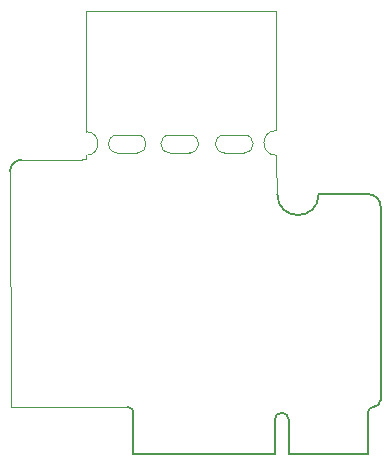
<source format=gbr>
%TF.GenerationSoftware,KiCad,Pcbnew,9.0.2*%
%TF.CreationDate,2025-07-04T12:48:37+02:00*%
%TF.ProjectId,MicroMod_Processor_Board,4d696372-6f4d-46f6-945f-50726f636573,rev?*%
%TF.SameCoordinates,Original*%
%TF.FileFunction,Profile,NP*%
%FSLAX46Y46*%
G04 Gerber Fmt 4.6, Leading zero omitted, Abs format (unit mm)*
G04 Created by KiCad (PCBNEW 9.0.2) date 2025-07-04 12:48:37*
%MOMM*%
%LPD*%
G01*
G04 APERTURE LIST*
%TA.AperFunction,Profile*%
%ADD10C,0.127000*%
%TD*%
%TA.AperFunction,Profile*%
%ADD11C,0.050000*%
%TD*%
G04 APERTURE END LIST*
D10*
X158426100Y-114365617D02*
X151726100Y-114365617D01*
X150526100Y-111465617D02*
X150526100Y-114365617D01*
X138576100Y-114365617D02*
X138576100Y-110865617D01*
X138101100Y-110365617D02*
G75*
G02*
X138576108Y-110865618I-41000J-514583D01*
G01*
X128125800Y-90400000D02*
G75*
G02*
X129076237Y-89450769I974200J-25000D01*
G01*
X159501099Y-109765618D02*
G75*
G02*
X158901100Y-110365600I-617299J17318D01*
G01*
X159501100Y-93365617D02*
X159501100Y-109765617D01*
X154251100Y-92365617D02*
G75*
G02*
X150751100Y-92365617I-1750000J0D01*
G01*
X158426100Y-110865617D02*
G75*
G02*
X158901096Y-110365556I510600J-9383D01*
G01*
X150526100Y-111465617D02*
G75*
G02*
X151726100Y-111465617I600000J0D01*
G01*
X158426100Y-110865617D02*
X158426100Y-114365617D01*
X151726100Y-111465617D02*
X151726100Y-114365617D01*
X158501100Y-92365617D02*
X154251100Y-92365617D01*
X158501100Y-92365617D02*
G75*
G02*
X159501083Y-93365617I-25000J-1024983D01*
G01*
X138576100Y-114365617D02*
X150526100Y-114365617D01*
D11*
X134569200Y-89410400D02*
X134569200Y-89060400D01*
X134569200Y-76860400D02*
X150670300Y-76860400D01*
X137180800Y-87356500D02*
X138908000Y-87356500D01*
X129076237Y-89450753D02*
X133919199Y-89426018D01*
X134569200Y-87060400D02*
G75*
G02*
X134569200Y-89060400I0J-1000000D01*
G01*
X128125800Y-90400029D02*
X128176600Y-109741617D01*
X138908000Y-87356500D02*
G75*
G02*
X138908000Y-88831500I0J-737500D01*
G01*
X146247700Y-88831500D02*
X147974900Y-88831500D01*
X128176600Y-109741617D02*
X128176600Y-110376000D01*
X128176600Y-110382993D02*
X133000000Y-110400000D01*
X133000000Y-110400000D02*
X138101100Y-110365618D01*
X134569200Y-87060400D02*
X134569200Y-76860400D01*
X137180800Y-88831500D02*
G75*
G02*
X137180800Y-87356500I0J737500D01*
G01*
X143353000Y-87355600D02*
G75*
G02*
X143353000Y-88830600I0J-737500D01*
G01*
X150669200Y-86960400D02*
X150670300Y-76860400D01*
X141625800Y-88830600D02*
X143353000Y-88830600D01*
X150670300Y-89426017D02*
X150751100Y-92365617D01*
X150669200Y-89060400D02*
X150670300Y-89426017D01*
X150669200Y-89060400D02*
G75*
G02*
X150669200Y-86960400I0J1050000D01*
G01*
X146247700Y-87356500D02*
X147974900Y-87356500D01*
X141625800Y-88830600D02*
G75*
G02*
X141625800Y-87355600I0J737500D01*
G01*
X133919199Y-89426018D02*
X134569200Y-89410400D01*
X137180800Y-88831500D02*
X138908000Y-88831500D01*
X146247700Y-88831500D02*
G75*
G02*
X146247700Y-87356500I0J737500D01*
G01*
X147974900Y-87356500D02*
G75*
G02*
X147974900Y-88831500I0J-737500D01*
G01*
X141625800Y-87355600D02*
X143353000Y-87355600D01*
M02*

</source>
